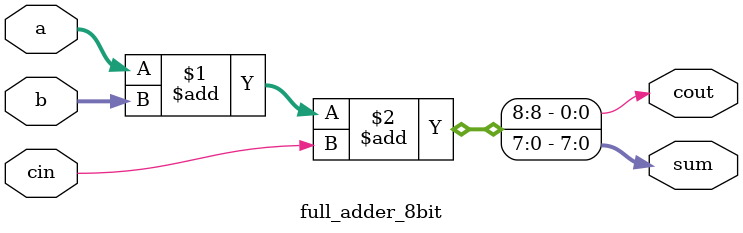
<source format=sv>
module full_adder_8bit (
    input  logic [7:0] a, b,
    input  logic       cin,
    output logic [7:0] sum,
    output logic       cout
);
    assign {cout, sum} = a + b + cin;
endmodule

</source>
